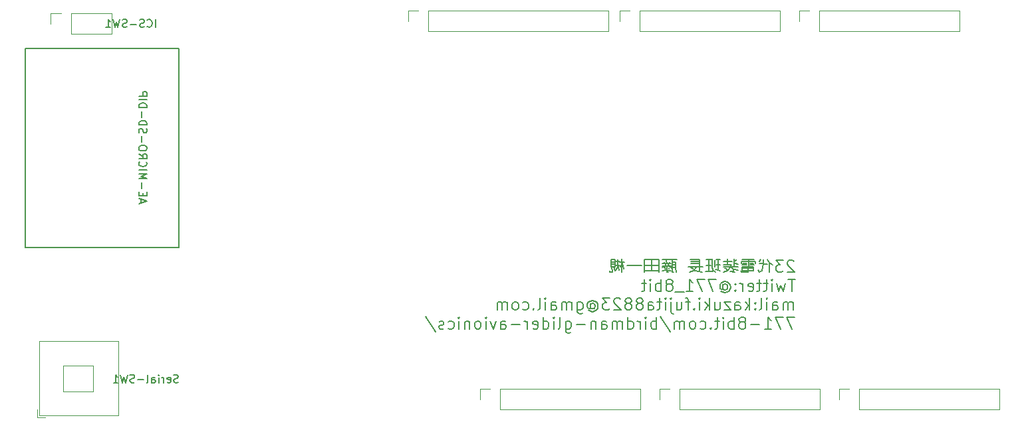
<source format=gbr>
%TF.GenerationSoftware,KiCad,Pcbnew,(6.0.9)*%
%TF.CreationDate,2023-06-09T23:35:08+09:00*%
%TF.ProjectId,PCB_Main,5043425f-4d61-4696-9e2e-6b696361645f,rev?*%
%TF.SameCoordinates,Original*%
%TF.FileFunction,Legend,Bot*%
%TF.FilePolarity,Positive*%
%FSLAX46Y46*%
G04 Gerber Fmt 4.6, Leading zero omitted, Abs format (unit mm)*
G04 Created by KiCad (PCBNEW (6.0.9)) date 2023-06-09 23:35:08*
%MOMM*%
%LPD*%
G01*
G04 APERTURE LIST*
%ADD10C,0.200000*%
%ADD11C,0.150000*%
%ADD12C,0.120000*%
G04 APERTURE END LIST*
D10*
X166582285Y-79870928D02*
X166510857Y-79799500D01*
X166368000Y-79728071D01*
X166010857Y-79728071D01*
X165868000Y-79799500D01*
X165796571Y-79870928D01*
X165725142Y-80013785D01*
X165725142Y-80156642D01*
X165796571Y-80370928D01*
X166653714Y-81228071D01*
X165725142Y-81228071D01*
X165225142Y-79728071D02*
X164296571Y-79728071D01*
X164796571Y-80299500D01*
X164582285Y-80299500D01*
X164439428Y-80370928D01*
X164368000Y-80442357D01*
X164296571Y-80585214D01*
X164296571Y-80942357D01*
X164368000Y-81085214D01*
X164439428Y-81156642D01*
X164582285Y-81228071D01*
X165010857Y-81228071D01*
X165153714Y-81156642D01*
X165225142Y-81085214D01*
X163439428Y-79942357D02*
X163439428Y-81228071D01*
X162368000Y-79656642D02*
X162153714Y-79870928D01*
X163225142Y-79585214D02*
X163439428Y-80013785D01*
X163868000Y-80299500D01*
X163225142Y-80228071D02*
X162153714Y-80085214D01*
X162725142Y-79585214D02*
X162725142Y-80085214D01*
X162510857Y-81085214D01*
X162153714Y-81228071D01*
X162010857Y-80942357D01*
X161510857Y-79656642D02*
X160010857Y-79656642D01*
X161439428Y-80085214D02*
X161010857Y-80085214D01*
X160582285Y-80085214D02*
X160082285Y-80085214D01*
X161510857Y-80299500D02*
X161010857Y-80299500D01*
X160582285Y-80299500D02*
X160010857Y-80299500D01*
X161439428Y-80728071D02*
X160010857Y-80728071D01*
X161439428Y-81013785D02*
X160010857Y-81013785D01*
X160725142Y-81228071D02*
X159868000Y-81228071D01*
X161653714Y-79870928D02*
X161653714Y-80156642D01*
X161439428Y-80513785D02*
X161439428Y-81085214D01*
X160796571Y-79656642D02*
X160796571Y-80370928D01*
X160725142Y-80513785D02*
X160725142Y-81228071D01*
X161439428Y-80513785D02*
X160010857Y-80513785D01*
X160010857Y-81013785D01*
X161653714Y-79870928D02*
X159868000Y-79870928D01*
X159868000Y-80156642D01*
X159796571Y-81013785D02*
X159868000Y-81228071D01*
X158725142Y-79870928D02*
X157582285Y-79870928D01*
X158653714Y-80299500D02*
X157653714Y-80299500D01*
X159439428Y-80585214D02*
X157582285Y-80585214D01*
X158868000Y-80799500D02*
X158868000Y-81156642D01*
X158939428Y-79513785D02*
X158939428Y-80370928D01*
X158153714Y-79513785D02*
X158153714Y-80299500D01*
X159296571Y-79656642D02*
X159153714Y-79799500D01*
X158510857Y-80585214D02*
X158153714Y-81013785D01*
X157582285Y-81228071D01*
X157796571Y-80728071D02*
X158225142Y-80942357D01*
X159082285Y-80085214D02*
X159439428Y-80228071D01*
X158510857Y-80370928D02*
X158510857Y-80656642D01*
X159010857Y-80870928D01*
X159439428Y-80942357D01*
X158439428Y-81156642D02*
X159082285Y-81228071D01*
X156082285Y-79656642D02*
X155439428Y-79656642D01*
X157225142Y-79656642D02*
X156653714Y-79656642D01*
X157153714Y-80299500D02*
X156653714Y-80299500D01*
X156010857Y-80370928D02*
X155439428Y-80370928D01*
X156225142Y-81156642D02*
X155368000Y-81156642D01*
X156939428Y-79656642D02*
X156939428Y-80942357D01*
X156510857Y-79728071D02*
X156510857Y-80585214D01*
X155725142Y-79656642D02*
X155725142Y-81156642D01*
X156296571Y-80942357D02*
X156582285Y-81228071D01*
X156582285Y-80870928D02*
X157225142Y-81013785D01*
X156153714Y-79513785D02*
X156153714Y-80513785D01*
X156296571Y-80942357D01*
X154582285Y-79585214D02*
X153368000Y-79585214D01*
X154582285Y-79870928D02*
X153439428Y-79870928D01*
X154582285Y-80156642D02*
X153439428Y-80156642D01*
X155010857Y-80513785D02*
X153153714Y-80513785D01*
X154582285Y-79585214D02*
X154582285Y-81156642D01*
X154153714Y-80656642D02*
X153796571Y-81013785D01*
X153296571Y-81228071D01*
X153296571Y-80585214D02*
X153868000Y-80870928D01*
X153939428Y-81085214D02*
X154868000Y-81228071D01*
X151653714Y-79656642D02*
X149796571Y-79656642D01*
X150939428Y-80156642D02*
X149868000Y-80156642D01*
X151510857Y-80299500D02*
X151082285Y-80299500D01*
X151010857Y-80442357D02*
X149796571Y-80442357D01*
X151510857Y-80656642D02*
X151082285Y-80656642D01*
X151082285Y-79513785D02*
X151082285Y-79870928D01*
X150368000Y-79513785D02*
X150368000Y-79870928D01*
X150796571Y-80728071D02*
X150653714Y-80799500D01*
X150225142Y-80370928D02*
X149868000Y-80656642D01*
X150582285Y-80370928D02*
X151010857Y-80728071D01*
X150082285Y-79942357D02*
X150153714Y-80085214D01*
X150082285Y-80656642D02*
X150225142Y-80799500D01*
X150796571Y-79942357D02*
X150725142Y-80085214D01*
X150296571Y-80156642D02*
X150153714Y-80513785D01*
X150296571Y-80942357D02*
X149868000Y-81085214D01*
X150439428Y-79942357D02*
X150725142Y-80513785D01*
X150510857Y-81013785D02*
X150939428Y-81085214D01*
X151510857Y-79942357D02*
X151082285Y-79942357D01*
X151082285Y-81228071D01*
X151296571Y-81228071D01*
X150439428Y-80585214D02*
X150439428Y-81228071D01*
X150582285Y-81228071D01*
X151510857Y-79942357D02*
X151510857Y-80728071D01*
X151582285Y-81228071D01*
X149439428Y-80370928D02*
X147582285Y-80370928D01*
X149439428Y-81085214D02*
X147582285Y-81085214D01*
X149439428Y-79656642D02*
X149439428Y-81228071D01*
X148510857Y-79656642D02*
X148510857Y-81085214D01*
X149439428Y-79656642D02*
X147582285Y-79656642D01*
X147582285Y-81228071D01*
X147225142Y-80370928D02*
X145368000Y-80370928D01*
X144368000Y-79870928D02*
X143939428Y-79870928D01*
X143796571Y-79942357D02*
X143296571Y-79942357D01*
X145010857Y-79942357D02*
X144439428Y-79942357D01*
X143796571Y-80228071D02*
X143296571Y-80228071D01*
X144439428Y-80370928D02*
X143939428Y-80370928D01*
X143439428Y-81228071D02*
X143153714Y-81228071D01*
X144653714Y-79513785D02*
X144653714Y-81228071D01*
X143796571Y-79585214D02*
X143796571Y-80585214D01*
X143368000Y-80585214D01*
X143439428Y-81228071D01*
X143796571Y-79585214D02*
X143296571Y-79585214D01*
X143296571Y-80585214D01*
X143153714Y-81013785D02*
X143153714Y-81228071D01*
X144725142Y-80085214D02*
X144510857Y-80585214D01*
X144153714Y-79585214D02*
X144153714Y-80585214D01*
X144082285Y-80728071D01*
X143939428Y-80942357D01*
X144653714Y-79870928D02*
X144939428Y-80799500D01*
X143653714Y-80585214D02*
X143796571Y-81085214D01*
X144153714Y-80228071D02*
X144296571Y-80942357D01*
X166725142Y-82143071D02*
X165868000Y-82143071D01*
X166296571Y-83643071D02*
X166296571Y-82143071D01*
X165510857Y-82643071D02*
X165225142Y-83643071D01*
X164939428Y-82928785D01*
X164653714Y-83643071D01*
X164368000Y-82643071D01*
X163796571Y-83643071D02*
X163796571Y-82643071D01*
X163796571Y-82143071D02*
X163868000Y-82214500D01*
X163796571Y-82285928D01*
X163725142Y-82214500D01*
X163796571Y-82143071D01*
X163796571Y-82285928D01*
X163296571Y-82643071D02*
X162725142Y-82643071D01*
X163082285Y-82143071D02*
X163082285Y-83428785D01*
X163010857Y-83571642D01*
X162868000Y-83643071D01*
X162725142Y-83643071D01*
X162439428Y-82643071D02*
X161868000Y-82643071D01*
X162225142Y-82143071D02*
X162225142Y-83428785D01*
X162153714Y-83571642D01*
X162010857Y-83643071D01*
X161868000Y-83643071D01*
X160796571Y-83571642D02*
X160939428Y-83643071D01*
X161225142Y-83643071D01*
X161368000Y-83571642D01*
X161439428Y-83428785D01*
X161439428Y-82857357D01*
X161368000Y-82714500D01*
X161225142Y-82643071D01*
X160939428Y-82643071D01*
X160796571Y-82714500D01*
X160725142Y-82857357D01*
X160725142Y-83000214D01*
X161439428Y-83143071D01*
X160082285Y-83643071D02*
X160082285Y-82643071D01*
X160082285Y-82928785D02*
X160010857Y-82785928D01*
X159939428Y-82714500D01*
X159796571Y-82643071D01*
X159653714Y-82643071D01*
X159153714Y-83500214D02*
X159082285Y-83571642D01*
X159153714Y-83643071D01*
X159225142Y-83571642D01*
X159153714Y-83500214D01*
X159153714Y-83643071D01*
X159153714Y-82714500D02*
X159082285Y-82785928D01*
X159153714Y-82857357D01*
X159225142Y-82785928D01*
X159153714Y-82714500D01*
X159153714Y-82857357D01*
X157510857Y-82928785D02*
X157582285Y-82857357D01*
X157725142Y-82785928D01*
X157868000Y-82785928D01*
X158010857Y-82857357D01*
X158082285Y-82928785D01*
X158153714Y-83071642D01*
X158153714Y-83214500D01*
X158082285Y-83357357D01*
X158010857Y-83428785D01*
X157868000Y-83500214D01*
X157725142Y-83500214D01*
X157582285Y-83428785D01*
X157510857Y-83357357D01*
X157510857Y-82785928D02*
X157510857Y-83357357D01*
X157439428Y-83428785D01*
X157368000Y-83428785D01*
X157225142Y-83357357D01*
X157153714Y-83214500D01*
X157153714Y-82857357D01*
X157296571Y-82643071D01*
X157510857Y-82500214D01*
X157796571Y-82428785D01*
X158082285Y-82500214D01*
X158296571Y-82643071D01*
X158439428Y-82857357D01*
X158510857Y-83143071D01*
X158439428Y-83428785D01*
X158296571Y-83643071D01*
X158082285Y-83785928D01*
X157796571Y-83857357D01*
X157510857Y-83785928D01*
X157296571Y-83643071D01*
X156653714Y-82143071D02*
X155653714Y-82143071D01*
X156296571Y-83643071D01*
X155225142Y-82143071D02*
X154225142Y-82143071D01*
X154868000Y-83643071D01*
X152868000Y-83643071D02*
X153725142Y-83643071D01*
X153296571Y-83643071D02*
X153296571Y-82143071D01*
X153439428Y-82357357D01*
X153582285Y-82500214D01*
X153725142Y-82571642D01*
X152582285Y-83785928D02*
X151439428Y-83785928D01*
X150868000Y-82785928D02*
X151010857Y-82714500D01*
X151082285Y-82643071D01*
X151153714Y-82500214D01*
X151153714Y-82428785D01*
X151082285Y-82285928D01*
X151010857Y-82214500D01*
X150868000Y-82143071D01*
X150582285Y-82143071D01*
X150439428Y-82214500D01*
X150368000Y-82285928D01*
X150296571Y-82428785D01*
X150296571Y-82500214D01*
X150368000Y-82643071D01*
X150439428Y-82714500D01*
X150582285Y-82785928D01*
X150868000Y-82785928D01*
X151010857Y-82857357D01*
X151082285Y-82928785D01*
X151153714Y-83071642D01*
X151153714Y-83357357D01*
X151082285Y-83500214D01*
X151010857Y-83571642D01*
X150868000Y-83643071D01*
X150582285Y-83643071D01*
X150439428Y-83571642D01*
X150368000Y-83500214D01*
X150296571Y-83357357D01*
X150296571Y-83071642D01*
X150368000Y-82928785D01*
X150439428Y-82857357D01*
X150582285Y-82785928D01*
X149653714Y-83643071D02*
X149653714Y-82143071D01*
X149653714Y-82714500D02*
X149510857Y-82643071D01*
X149225142Y-82643071D01*
X149082285Y-82714500D01*
X149010857Y-82785928D01*
X148939428Y-82928785D01*
X148939428Y-83357357D01*
X149010857Y-83500214D01*
X149082285Y-83571642D01*
X149225142Y-83643071D01*
X149510857Y-83643071D01*
X149653714Y-83571642D01*
X148296571Y-83643071D02*
X148296571Y-82643071D01*
X148296571Y-82143071D02*
X148368000Y-82214500D01*
X148296571Y-82285928D01*
X148225142Y-82214500D01*
X148296571Y-82143071D01*
X148296571Y-82285928D01*
X147796571Y-82643071D02*
X147225142Y-82643071D01*
X147582285Y-82143071D02*
X147582285Y-83428785D01*
X147510857Y-83571642D01*
X147368000Y-83643071D01*
X147225142Y-83643071D01*
X166510857Y-86058071D02*
X166510857Y-85058071D01*
X166510857Y-85200928D02*
X166439428Y-85129500D01*
X166296571Y-85058071D01*
X166082285Y-85058071D01*
X165939428Y-85129500D01*
X165868000Y-85272357D01*
X165868000Y-86058071D01*
X165868000Y-85272357D02*
X165796571Y-85129500D01*
X165653714Y-85058071D01*
X165439428Y-85058071D01*
X165296571Y-85129500D01*
X165225142Y-85272357D01*
X165225142Y-86058071D01*
X163868000Y-86058071D02*
X163868000Y-85272357D01*
X163939428Y-85129500D01*
X164082285Y-85058071D01*
X164368000Y-85058071D01*
X164510857Y-85129500D01*
X163868000Y-85986642D02*
X164010857Y-86058071D01*
X164368000Y-86058071D01*
X164510857Y-85986642D01*
X164582285Y-85843785D01*
X164582285Y-85700928D01*
X164510857Y-85558071D01*
X164368000Y-85486642D01*
X164010857Y-85486642D01*
X163868000Y-85415214D01*
X163153714Y-86058071D02*
X163153714Y-85058071D01*
X163153714Y-84558071D02*
X163225142Y-84629500D01*
X163153714Y-84700928D01*
X163082285Y-84629500D01*
X163153714Y-84558071D01*
X163153714Y-84700928D01*
X162225142Y-86058071D02*
X162368000Y-85986642D01*
X162439428Y-85843785D01*
X162439428Y-84558071D01*
X161653714Y-85915214D02*
X161582285Y-85986642D01*
X161653714Y-86058071D01*
X161725142Y-85986642D01*
X161653714Y-85915214D01*
X161653714Y-86058071D01*
X161653714Y-85129500D02*
X161582285Y-85200928D01*
X161653714Y-85272357D01*
X161725142Y-85200928D01*
X161653714Y-85129500D01*
X161653714Y-85272357D01*
X160939428Y-86058071D02*
X160939428Y-84558071D01*
X160796571Y-85486642D02*
X160368000Y-86058071D01*
X160368000Y-85058071D02*
X160939428Y-85629500D01*
X159082285Y-86058071D02*
X159082285Y-85272357D01*
X159153714Y-85129500D01*
X159296571Y-85058071D01*
X159582285Y-85058071D01*
X159725142Y-85129500D01*
X159082285Y-85986642D02*
X159225142Y-86058071D01*
X159582285Y-86058071D01*
X159725142Y-85986642D01*
X159796571Y-85843785D01*
X159796571Y-85700928D01*
X159725142Y-85558071D01*
X159582285Y-85486642D01*
X159225142Y-85486642D01*
X159082285Y-85415214D01*
X158510857Y-85058071D02*
X157725142Y-85058071D01*
X158510857Y-86058071D01*
X157725142Y-86058071D01*
X156510857Y-85058071D02*
X156510857Y-86058071D01*
X157153714Y-85058071D02*
X157153714Y-85843785D01*
X157082285Y-85986642D01*
X156939428Y-86058071D01*
X156725142Y-86058071D01*
X156582285Y-85986642D01*
X156510857Y-85915214D01*
X155796571Y-86058071D02*
X155796571Y-84558071D01*
X155653714Y-85486642D02*
X155225142Y-86058071D01*
X155225142Y-85058071D02*
X155796571Y-85629500D01*
X154582285Y-86058071D02*
X154582285Y-85058071D01*
X154582285Y-84558071D02*
X154653714Y-84629500D01*
X154582285Y-84700928D01*
X154510857Y-84629500D01*
X154582285Y-84558071D01*
X154582285Y-84700928D01*
X153868000Y-85915214D02*
X153796571Y-85986642D01*
X153868000Y-86058071D01*
X153939428Y-85986642D01*
X153868000Y-85915214D01*
X153868000Y-86058071D01*
X153368000Y-85058071D02*
X152796571Y-85058071D01*
X153153714Y-86058071D02*
X153153714Y-84772357D01*
X153082285Y-84629500D01*
X152939428Y-84558071D01*
X152796571Y-84558071D01*
X151653714Y-85058071D02*
X151653714Y-86058071D01*
X152296571Y-85058071D02*
X152296571Y-85843785D01*
X152225142Y-85986642D01*
X152082285Y-86058071D01*
X151868000Y-86058071D01*
X151725142Y-85986642D01*
X151653714Y-85915214D01*
X150939428Y-85058071D02*
X150939428Y-86343785D01*
X151010857Y-86486642D01*
X151153714Y-86558071D01*
X151225142Y-86558071D01*
X150939428Y-84558071D02*
X151010857Y-84629500D01*
X150939428Y-84700928D01*
X150868000Y-84629500D01*
X150939428Y-84558071D01*
X150939428Y-84700928D01*
X150225142Y-86058071D02*
X150225142Y-85058071D01*
X150225142Y-84558071D02*
X150296571Y-84629500D01*
X150225142Y-84700928D01*
X150153714Y-84629500D01*
X150225142Y-84558071D01*
X150225142Y-84700928D01*
X149725142Y-85058071D02*
X149153714Y-85058071D01*
X149510857Y-84558071D02*
X149510857Y-85843785D01*
X149439428Y-85986642D01*
X149296571Y-86058071D01*
X149153714Y-86058071D01*
X148010857Y-86058071D02*
X148010857Y-85272357D01*
X148082285Y-85129500D01*
X148225142Y-85058071D01*
X148510857Y-85058071D01*
X148653714Y-85129500D01*
X148010857Y-85986642D02*
X148153714Y-86058071D01*
X148510857Y-86058071D01*
X148653714Y-85986642D01*
X148725142Y-85843785D01*
X148725142Y-85700928D01*
X148653714Y-85558071D01*
X148510857Y-85486642D01*
X148153714Y-85486642D01*
X148010857Y-85415214D01*
X147082285Y-85200928D02*
X147225142Y-85129500D01*
X147296571Y-85058071D01*
X147368000Y-84915214D01*
X147368000Y-84843785D01*
X147296571Y-84700928D01*
X147225142Y-84629500D01*
X147082285Y-84558071D01*
X146796571Y-84558071D01*
X146653714Y-84629500D01*
X146582285Y-84700928D01*
X146510857Y-84843785D01*
X146510857Y-84915214D01*
X146582285Y-85058071D01*
X146653714Y-85129500D01*
X146796571Y-85200928D01*
X147082285Y-85200928D01*
X147225142Y-85272357D01*
X147296571Y-85343785D01*
X147368000Y-85486642D01*
X147368000Y-85772357D01*
X147296571Y-85915214D01*
X147225142Y-85986642D01*
X147082285Y-86058071D01*
X146796571Y-86058071D01*
X146653714Y-85986642D01*
X146582285Y-85915214D01*
X146510857Y-85772357D01*
X146510857Y-85486642D01*
X146582285Y-85343785D01*
X146653714Y-85272357D01*
X146796571Y-85200928D01*
X145653714Y-85200928D02*
X145796571Y-85129500D01*
X145868000Y-85058071D01*
X145939428Y-84915214D01*
X145939428Y-84843785D01*
X145868000Y-84700928D01*
X145796571Y-84629500D01*
X145653714Y-84558071D01*
X145368000Y-84558071D01*
X145225142Y-84629500D01*
X145153714Y-84700928D01*
X145082285Y-84843785D01*
X145082285Y-84915214D01*
X145153714Y-85058071D01*
X145225142Y-85129500D01*
X145368000Y-85200928D01*
X145653714Y-85200928D01*
X145796571Y-85272357D01*
X145868000Y-85343785D01*
X145939428Y-85486642D01*
X145939428Y-85772357D01*
X145868000Y-85915214D01*
X145796571Y-85986642D01*
X145653714Y-86058071D01*
X145368000Y-86058071D01*
X145225142Y-85986642D01*
X145153714Y-85915214D01*
X145082285Y-85772357D01*
X145082285Y-85486642D01*
X145153714Y-85343785D01*
X145225142Y-85272357D01*
X145368000Y-85200928D01*
X144510857Y-84700928D02*
X144439428Y-84629500D01*
X144296571Y-84558071D01*
X143939428Y-84558071D01*
X143796571Y-84629500D01*
X143725142Y-84700928D01*
X143653714Y-84843785D01*
X143653714Y-84986642D01*
X143725142Y-85200928D01*
X144582285Y-86058071D01*
X143653714Y-86058071D01*
X143153714Y-84558071D02*
X142225142Y-84558071D01*
X142725142Y-85129500D01*
X142510857Y-85129500D01*
X142368000Y-85200928D01*
X142296571Y-85272357D01*
X142225142Y-85415214D01*
X142225142Y-85772357D01*
X142296571Y-85915214D01*
X142368000Y-85986642D01*
X142510857Y-86058071D01*
X142939428Y-86058071D01*
X143082285Y-85986642D01*
X143153714Y-85915214D01*
X140653714Y-85343785D02*
X140725142Y-85272357D01*
X140868000Y-85200928D01*
X141010857Y-85200928D01*
X141153714Y-85272357D01*
X141225142Y-85343785D01*
X141296571Y-85486642D01*
X141296571Y-85629500D01*
X141225142Y-85772357D01*
X141153714Y-85843785D01*
X141010857Y-85915214D01*
X140868000Y-85915214D01*
X140725142Y-85843785D01*
X140653714Y-85772357D01*
X140653714Y-85200928D02*
X140653714Y-85772357D01*
X140582285Y-85843785D01*
X140510857Y-85843785D01*
X140368000Y-85772357D01*
X140296571Y-85629500D01*
X140296571Y-85272357D01*
X140439428Y-85058071D01*
X140653714Y-84915214D01*
X140939428Y-84843785D01*
X141225142Y-84915214D01*
X141439428Y-85058071D01*
X141582285Y-85272357D01*
X141653714Y-85558071D01*
X141582285Y-85843785D01*
X141439428Y-86058071D01*
X141225142Y-86200928D01*
X140939428Y-86272357D01*
X140653714Y-86200928D01*
X140439428Y-86058071D01*
X139010857Y-85058071D02*
X139010857Y-86272357D01*
X139082285Y-86415214D01*
X139153714Y-86486642D01*
X139296571Y-86558071D01*
X139510857Y-86558071D01*
X139653714Y-86486642D01*
X139010857Y-85986642D02*
X139153714Y-86058071D01*
X139439428Y-86058071D01*
X139582285Y-85986642D01*
X139653714Y-85915214D01*
X139725142Y-85772357D01*
X139725142Y-85343785D01*
X139653714Y-85200928D01*
X139582285Y-85129500D01*
X139439428Y-85058071D01*
X139153714Y-85058071D01*
X139010857Y-85129500D01*
X138296571Y-86058071D02*
X138296571Y-85058071D01*
X138296571Y-85200928D02*
X138225142Y-85129500D01*
X138082285Y-85058071D01*
X137868000Y-85058071D01*
X137725142Y-85129500D01*
X137653714Y-85272357D01*
X137653714Y-86058071D01*
X137653714Y-85272357D02*
X137582285Y-85129500D01*
X137439428Y-85058071D01*
X137225142Y-85058071D01*
X137082285Y-85129500D01*
X137010857Y-85272357D01*
X137010857Y-86058071D01*
X135653714Y-86058071D02*
X135653714Y-85272357D01*
X135725142Y-85129500D01*
X135868000Y-85058071D01*
X136153714Y-85058071D01*
X136296571Y-85129500D01*
X135653714Y-85986642D02*
X135796571Y-86058071D01*
X136153714Y-86058071D01*
X136296571Y-85986642D01*
X136368000Y-85843785D01*
X136368000Y-85700928D01*
X136296571Y-85558071D01*
X136153714Y-85486642D01*
X135796571Y-85486642D01*
X135653714Y-85415214D01*
X134939428Y-86058071D02*
X134939428Y-85058071D01*
X134939428Y-84558071D02*
X135010857Y-84629500D01*
X134939428Y-84700928D01*
X134868000Y-84629500D01*
X134939428Y-84558071D01*
X134939428Y-84700928D01*
X134010857Y-86058071D02*
X134153714Y-85986642D01*
X134225142Y-85843785D01*
X134225142Y-84558071D01*
X133439428Y-85915214D02*
X133368000Y-85986642D01*
X133439428Y-86058071D01*
X133510857Y-85986642D01*
X133439428Y-85915214D01*
X133439428Y-86058071D01*
X132082285Y-85986642D02*
X132225142Y-86058071D01*
X132510857Y-86058071D01*
X132653714Y-85986642D01*
X132725142Y-85915214D01*
X132796571Y-85772357D01*
X132796571Y-85343785D01*
X132725142Y-85200928D01*
X132653714Y-85129500D01*
X132510857Y-85058071D01*
X132225142Y-85058071D01*
X132082285Y-85129500D01*
X131225142Y-86058071D02*
X131368000Y-85986642D01*
X131439428Y-85915214D01*
X131510857Y-85772357D01*
X131510857Y-85343785D01*
X131439428Y-85200928D01*
X131368000Y-85129500D01*
X131225142Y-85058071D01*
X131010857Y-85058071D01*
X130868000Y-85129500D01*
X130796571Y-85200928D01*
X130725142Y-85343785D01*
X130725142Y-85772357D01*
X130796571Y-85915214D01*
X130868000Y-85986642D01*
X131010857Y-86058071D01*
X131225142Y-86058071D01*
X130082285Y-86058071D02*
X130082285Y-85058071D01*
X130082285Y-85200928D02*
X130010857Y-85129500D01*
X129868000Y-85058071D01*
X129653714Y-85058071D01*
X129510857Y-85129500D01*
X129439428Y-85272357D01*
X129439428Y-86058071D01*
X129439428Y-85272357D02*
X129368000Y-85129500D01*
X129225142Y-85058071D01*
X129010857Y-85058071D01*
X128868000Y-85129500D01*
X128796571Y-85272357D01*
X128796571Y-86058071D01*
X166653714Y-86973071D02*
X165653714Y-86973071D01*
X166296571Y-88473071D01*
X165225142Y-86973071D02*
X164225142Y-86973071D01*
X164868000Y-88473071D01*
X162868000Y-88473071D02*
X163725142Y-88473071D01*
X163296571Y-88473071D02*
X163296571Y-86973071D01*
X163439428Y-87187357D01*
X163582285Y-87330214D01*
X163725142Y-87401642D01*
X162225142Y-87901642D02*
X161082285Y-87901642D01*
X160153714Y-87615928D02*
X160296571Y-87544500D01*
X160368000Y-87473071D01*
X160439428Y-87330214D01*
X160439428Y-87258785D01*
X160368000Y-87115928D01*
X160296571Y-87044500D01*
X160153714Y-86973071D01*
X159868000Y-86973071D01*
X159725142Y-87044500D01*
X159653714Y-87115928D01*
X159582285Y-87258785D01*
X159582285Y-87330214D01*
X159653714Y-87473071D01*
X159725142Y-87544500D01*
X159868000Y-87615928D01*
X160153714Y-87615928D01*
X160296571Y-87687357D01*
X160368000Y-87758785D01*
X160439428Y-87901642D01*
X160439428Y-88187357D01*
X160368000Y-88330214D01*
X160296571Y-88401642D01*
X160153714Y-88473071D01*
X159868000Y-88473071D01*
X159725142Y-88401642D01*
X159653714Y-88330214D01*
X159582285Y-88187357D01*
X159582285Y-87901642D01*
X159653714Y-87758785D01*
X159725142Y-87687357D01*
X159868000Y-87615928D01*
X158939428Y-88473071D02*
X158939428Y-86973071D01*
X158939428Y-87544500D02*
X158796571Y-87473071D01*
X158510857Y-87473071D01*
X158368000Y-87544500D01*
X158296571Y-87615928D01*
X158225142Y-87758785D01*
X158225142Y-88187357D01*
X158296571Y-88330214D01*
X158368000Y-88401642D01*
X158510857Y-88473071D01*
X158796571Y-88473071D01*
X158939428Y-88401642D01*
X157582285Y-88473071D02*
X157582285Y-87473071D01*
X157582285Y-86973071D02*
X157653714Y-87044500D01*
X157582285Y-87115928D01*
X157510857Y-87044500D01*
X157582285Y-86973071D01*
X157582285Y-87115928D01*
X157082285Y-87473071D02*
X156510857Y-87473071D01*
X156868000Y-86973071D02*
X156868000Y-88258785D01*
X156796571Y-88401642D01*
X156653714Y-88473071D01*
X156510857Y-88473071D01*
X156010857Y-88330214D02*
X155939428Y-88401642D01*
X156010857Y-88473071D01*
X156082285Y-88401642D01*
X156010857Y-88330214D01*
X156010857Y-88473071D01*
X154653714Y-88401642D02*
X154796571Y-88473071D01*
X155082285Y-88473071D01*
X155225142Y-88401642D01*
X155296571Y-88330214D01*
X155368000Y-88187357D01*
X155368000Y-87758785D01*
X155296571Y-87615928D01*
X155225142Y-87544500D01*
X155082285Y-87473071D01*
X154796571Y-87473071D01*
X154653714Y-87544500D01*
X153796571Y-88473071D02*
X153939428Y-88401642D01*
X154010857Y-88330214D01*
X154082285Y-88187357D01*
X154082285Y-87758785D01*
X154010857Y-87615928D01*
X153939428Y-87544500D01*
X153796571Y-87473071D01*
X153582285Y-87473071D01*
X153439428Y-87544500D01*
X153368000Y-87615928D01*
X153296571Y-87758785D01*
X153296571Y-88187357D01*
X153368000Y-88330214D01*
X153439428Y-88401642D01*
X153582285Y-88473071D01*
X153796571Y-88473071D01*
X152653714Y-88473071D02*
X152653714Y-87473071D01*
X152653714Y-87615928D02*
X152582285Y-87544500D01*
X152439428Y-87473071D01*
X152225142Y-87473071D01*
X152082285Y-87544500D01*
X152010857Y-87687357D01*
X152010857Y-88473071D01*
X152010857Y-87687357D02*
X151939428Y-87544500D01*
X151796571Y-87473071D01*
X151582285Y-87473071D01*
X151439428Y-87544500D01*
X151368000Y-87687357D01*
X151368000Y-88473071D01*
X149582285Y-86901642D02*
X150868000Y-88830214D01*
X149082285Y-88473071D02*
X149082285Y-86973071D01*
X149082285Y-87544500D02*
X148939428Y-87473071D01*
X148653714Y-87473071D01*
X148510857Y-87544500D01*
X148439428Y-87615928D01*
X148368000Y-87758785D01*
X148368000Y-88187357D01*
X148439428Y-88330214D01*
X148510857Y-88401642D01*
X148653714Y-88473071D01*
X148939428Y-88473071D01*
X149082285Y-88401642D01*
X147725142Y-88473071D02*
X147725142Y-87473071D01*
X147725142Y-86973071D02*
X147796571Y-87044500D01*
X147725142Y-87115928D01*
X147653714Y-87044500D01*
X147725142Y-86973071D01*
X147725142Y-87115928D01*
X147010857Y-88473071D02*
X147010857Y-87473071D01*
X147010857Y-87758785D02*
X146939428Y-87615928D01*
X146868000Y-87544500D01*
X146725142Y-87473071D01*
X146582285Y-87473071D01*
X145439428Y-88473071D02*
X145439428Y-86973071D01*
X145439428Y-88401642D02*
X145582285Y-88473071D01*
X145868000Y-88473071D01*
X146010857Y-88401642D01*
X146082285Y-88330214D01*
X146153714Y-88187357D01*
X146153714Y-87758785D01*
X146082285Y-87615928D01*
X146010857Y-87544500D01*
X145868000Y-87473071D01*
X145582285Y-87473071D01*
X145439428Y-87544500D01*
X144725142Y-88473071D02*
X144725142Y-87473071D01*
X144725142Y-87615928D02*
X144653714Y-87544500D01*
X144510857Y-87473071D01*
X144296571Y-87473071D01*
X144153714Y-87544500D01*
X144082285Y-87687357D01*
X144082285Y-88473071D01*
X144082285Y-87687357D02*
X144010857Y-87544500D01*
X143868000Y-87473071D01*
X143653714Y-87473071D01*
X143510857Y-87544500D01*
X143439428Y-87687357D01*
X143439428Y-88473071D01*
X142082285Y-88473071D02*
X142082285Y-87687357D01*
X142153714Y-87544500D01*
X142296571Y-87473071D01*
X142582285Y-87473071D01*
X142725142Y-87544500D01*
X142082285Y-88401642D02*
X142225142Y-88473071D01*
X142582285Y-88473071D01*
X142725142Y-88401642D01*
X142796571Y-88258785D01*
X142796571Y-88115928D01*
X142725142Y-87973071D01*
X142582285Y-87901642D01*
X142225142Y-87901642D01*
X142082285Y-87830214D01*
X141368000Y-87473071D02*
X141368000Y-88473071D01*
X141368000Y-87615928D02*
X141296571Y-87544500D01*
X141153714Y-87473071D01*
X140939428Y-87473071D01*
X140796571Y-87544500D01*
X140725142Y-87687357D01*
X140725142Y-88473071D01*
X140010857Y-87901642D02*
X138868000Y-87901642D01*
X137510857Y-87473071D02*
X137510857Y-88687357D01*
X137582285Y-88830214D01*
X137653714Y-88901642D01*
X137796571Y-88973071D01*
X138010857Y-88973071D01*
X138153714Y-88901642D01*
X137510857Y-88401642D02*
X137653714Y-88473071D01*
X137939428Y-88473071D01*
X138082285Y-88401642D01*
X138153714Y-88330214D01*
X138225142Y-88187357D01*
X138225142Y-87758785D01*
X138153714Y-87615928D01*
X138082285Y-87544500D01*
X137939428Y-87473071D01*
X137653714Y-87473071D01*
X137510857Y-87544500D01*
X136582285Y-88473071D02*
X136725142Y-88401642D01*
X136796571Y-88258785D01*
X136796571Y-86973071D01*
X136010857Y-88473071D02*
X136010857Y-87473071D01*
X136010857Y-86973071D02*
X136082285Y-87044500D01*
X136010857Y-87115928D01*
X135939428Y-87044500D01*
X136010857Y-86973071D01*
X136010857Y-87115928D01*
X134653714Y-88473071D02*
X134653714Y-86973071D01*
X134653714Y-88401642D02*
X134796571Y-88473071D01*
X135082285Y-88473071D01*
X135225142Y-88401642D01*
X135296571Y-88330214D01*
X135368000Y-88187357D01*
X135368000Y-87758785D01*
X135296571Y-87615928D01*
X135225142Y-87544500D01*
X135082285Y-87473071D01*
X134796571Y-87473071D01*
X134653714Y-87544500D01*
X133368000Y-88401642D02*
X133510857Y-88473071D01*
X133796571Y-88473071D01*
X133939428Y-88401642D01*
X134010857Y-88258785D01*
X134010857Y-87687357D01*
X133939428Y-87544500D01*
X133796571Y-87473071D01*
X133510857Y-87473071D01*
X133368000Y-87544500D01*
X133296571Y-87687357D01*
X133296571Y-87830214D01*
X134010857Y-87973071D01*
X132653714Y-88473071D02*
X132653714Y-87473071D01*
X132653714Y-87758785D02*
X132582285Y-87615928D01*
X132510857Y-87544500D01*
X132368000Y-87473071D01*
X132225142Y-87473071D01*
X131725142Y-87901642D02*
X130582285Y-87901642D01*
X129225142Y-88473071D02*
X129225142Y-87687357D01*
X129296571Y-87544500D01*
X129439428Y-87473071D01*
X129725142Y-87473071D01*
X129868000Y-87544500D01*
X129225142Y-88401642D02*
X129368000Y-88473071D01*
X129725142Y-88473071D01*
X129868000Y-88401642D01*
X129939428Y-88258785D01*
X129939428Y-88115928D01*
X129868000Y-87973071D01*
X129725142Y-87901642D01*
X129368000Y-87901642D01*
X129225142Y-87830214D01*
X128653714Y-87473071D02*
X128296571Y-88473071D01*
X127939428Y-87473071D01*
X127368000Y-88473071D02*
X127368000Y-87473071D01*
X127368000Y-86973071D02*
X127439428Y-87044500D01*
X127368000Y-87115928D01*
X127296571Y-87044500D01*
X127368000Y-86973071D01*
X127368000Y-87115928D01*
X126439428Y-88473071D02*
X126582285Y-88401642D01*
X126653714Y-88330214D01*
X126725142Y-88187357D01*
X126725142Y-87758785D01*
X126653714Y-87615928D01*
X126582285Y-87544500D01*
X126439428Y-87473071D01*
X126225142Y-87473071D01*
X126082285Y-87544500D01*
X126010857Y-87615928D01*
X125939428Y-87758785D01*
X125939428Y-88187357D01*
X126010857Y-88330214D01*
X126082285Y-88401642D01*
X126225142Y-88473071D01*
X126439428Y-88473071D01*
X125296571Y-87473071D02*
X125296571Y-88473071D01*
X125296571Y-87615928D02*
X125225142Y-87544500D01*
X125082285Y-87473071D01*
X124868000Y-87473071D01*
X124725142Y-87544500D01*
X124653714Y-87687357D01*
X124653714Y-88473071D01*
X123939428Y-88473071D02*
X123939428Y-87473071D01*
X123939428Y-86973071D02*
X124010857Y-87044500D01*
X123939428Y-87115928D01*
X123868000Y-87044500D01*
X123939428Y-86973071D01*
X123939428Y-87115928D01*
X122582285Y-88401642D02*
X122725142Y-88473071D01*
X123010857Y-88473071D01*
X123153714Y-88401642D01*
X123225142Y-88330214D01*
X123296571Y-88187357D01*
X123296571Y-87758785D01*
X123225142Y-87615928D01*
X123153714Y-87544500D01*
X123010857Y-87473071D01*
X122725142Y-87473071D01*
X122582285Y-87544500D01*
X122010857Y-88401642D02*
X121868000Y-88473071D01*
X121582285Y-88473071D01*
X121439428Y-88401642D01*
X121368000Y-88258785D01*
X121368000Y-88187357D01*
X121439428Y-88044500D01*
X121582285Y-87973071D01*
X121796571Y-87973071D01*
X121939428Y-87901642D01*
X122010857Y-87758785D01*
X122010857Y-87687357D01*
X121939428Y-87544500D01*
X121796571Y-87473071D01*
X121582285Y-87473071D01*
X121439428Y-87544500D01*
X119653714Y-86901642D02*
X120939428Y-88830214D01*
D11*
%TO.C,ICS-SW1*%
X85288047Y-49982380D02*
X85288047Y-48982380D01*
X84240428Y-49887142D02*
X84288047Y-49934761D01*
X84430904Y-49982380D01*
X84526142Y-49982380D01*
X84669000Y-49934761D01*
X84764238Y-49839523D01*
X84811857Y-49744285D01*
X84859476Y-49553809D01*
X84859476Y-49410952D01*
X84811857Y-49220476D01*
X84764238Y-49125238D01*
X84669000Y-49030000D01*
X84526142Y-48982380D01*
X84430904Y-48982380D01*
X84288047Y-49030000D01*
X84240428Y-49077619D01*
X83859476Y-49934761D02*
X83716619Y-49982380D01*
X83478523Y-49982380D01*
X83383285Y-49934761D01*
X83335666Y-49887142D01*
X83288047Y-49791904D01*
X83288047Y-49696666D01*
X83335666Y-49601428D01*
X83383285Y-49553809D01*
X83478523Y-49506190D01*
X83669000Y-49458571D01*
X83764238Y-49410952D01*
X83811857Y-49363333D01*
X83859476Y-49268095D01*
X83859476Y-49172857D01*
X83811857Y-49077619D01*
X83764238Y-49030000D01*
X83669000Y-48982380D01*
X83430904Y-48982380D01*
X83288047Y-49030000D01*
X82859476Y-49601428D02*
X82097571Y-49601428D01*
X81669000Y-49934761D02*
X81526142Y-49982380D01*
X81288047Y-49982380D01*
X81192809Y-49934761D01*
X81145190Y-49887142D01*
X81097571Y-49791904D01*
X81097571Y-49696666D01*
X81145190Y-49601428D01*
X81192809Y-49553809D01*
X81288047Y-49506190D01*
X81478523Y-49458571D01*
X81573761Y-49410952D01*
X81621380Y-49363333D01*
X81669000Y-49268095D01*
X81669000Y-49172857D01*
X81621380Y-49077619D01*
X81573761Y-49030000D01*
X81478523Y-48982380D01*
X81240428Y-48982380D01*
X81097571Y-49030000D01*
X80764238Y-48982380D02*
X80526142Y-49982380D01*
X80335666Y-49268095D01*
X80145190Y-49982380D01*
X79907095Y-48982380D01*
X79002333Y-49982380D02*
X79573761Y-49982380D01*
X79288047Y-49982380D02*
X79288047Y-48982380D01*
X79383285Y-49125238D01*
X79478523Y-49220476D01*
X79573761Y-49268095D01*
%TO.C,AE-MICRO-SD-DIP1*%
X83473333Y-72373238D02*
X83473333Y-71897047D01*
X83187619Y-72468476D02*
X84187619Y-72135142D01*
X83187619Y-71801809D01*
X83711428Y-71468476D02*
X83711428Y-71135142D01*
X83187619Y-70992285D02*
X83187619Y-71468476D01*
X84187619Y-71468476D01*
X84187619Y-70992285D01*
X83568571Y-70563714D02*
X83568571Y-69801809D01*
X83187619Y-69325619D02*
X84187619Y-69325619D01*
X83473333Y-68992285D01*
X84187619Y-68658952D01*
X83187619Y-68658952D01*
X83187619Y-68182761D02*
X84187619Y-68182761D01*
X83282857Y-67135142D02*
X83235238Y-67182761D01*
X83187619Y-67325619D01*
X83187619Y-67420857D01*
X83235238Y-67563714D01*
X83330476Y-67658952D01*
X83425714Y-67706571D01*
X83616190Y-67754190D01*
X83759047Y-67754190D01*
X83949523Y-67706571D01*
X84044761Y-67658952D01*
X84140000Y-67563714D01*
X84187619Y-67420857D01*
X84187619Y-67325619D01*
X84140000Y-67182761D01*
X84092380Y-67135142D01*
X83187619Y-66135142D02*
X83663809Y-66468476D01*
X83187619Y-66706571D02*
X84187619Y-66706571D01*
X84187619Y-66325619D01*
X84140000Y-66230380D01*
X84092380Y-66182761D01*
X83997142Y-66135142D01*
X83854285Y-66135142D01*
X83759047Y-66182761D01*
X83711428Y-66230380D01*
X83663809Y-66325619D01*
X83663809Y-66706571D01*
X84187619Y-65516095D02*
X84187619Y-65325619D01*
X84140000Y-65230380D01*
X84044761Y-65135142D01*
X83854285Y-65087523D01*
X83520952Y-65087523D01*
X83330476Y-65135142D01*
X83235238Y-65230380D01*
X83187619Y-65325619D01*
X83187619Y-65516095D01*
X83235238Y-65611333D01*
X83330476Y-65706571D01*
X83520952Y-65754190D01*
X83854285Y-65754190D01*
X84044761Y-65706571D01*
X84140000Y-65611333D01*
X84187619Y-65516095D01*
X83568571Y-64658952D02*
X83568571Y-63897047D01*
X83235238Y-63468476D02*
X83187619Y-63325619D01*
X83187619Y-63087523D01*
X83235238Y-62992285D01*
X83282857Y-62944666D01*
X83378095Y-62897047D01*
X83473333Y-62897047D01*
X83568571Y-62944666D01*
X83616190Y-62992285D01*
X83663809Y-63087523D01*
X83711428Y-63278000D01*
X83759047Y-63373238D01*
X83806666Y-63420857D01*
X83901904Y-63468476D01*
X83997142Y-63468476D01*
X84092380Y-63420857D01*
X84140000Y-63373238D01*
X84187619Y-63278000D01*
X84187619Y-63039904D01*
X84140000Y-62897047D01*
X83187619Y-62468476D02*
X84187619Y-62468476D01*
X84187619Y-62230380D01*
X84140000Y-62087523D01*
X84044761Y-61992285D01*
X83949523Y-61944666D01*
X83759047Y-61897047D01*
X83616190Y-61897047D01*
X83425714Y-61944666D01*
X83330476Y-61992285D01*
X83235238Y-62087523D01*
X83187619Y-62230380D01*
X83187619Y-62468476D01*
X83568571Y-61468476D02*
X83568571Y-60706571D01*
X83187619Y-60230380D02*
X84187619Y-60230380D01*
X84187619Y-59992285D01*
X84140000Y-59849428D01*
X84044761Y-59754190D01*
X83949523Y-59706571D01*
X83759047Y-59658952D01*
X83616190Y-59658952D01*
X83425714Y-59706571D01*
X83330476Y-59754190D01*
X83235238Y-59849428D01*
X83187619Y-59992285D01*
X83187619Y-60230380D01*
X83187619Y-59230380D02*
X84187619Y-59230380D01*
X83187619Y-58754190D02*
X84187619Y-58754190D01*
X84187619Y-58373238D01*
X84140000Y-58278000D01*
X84092380Y-58230380D01*
X83997142Y-58182761D01*
X83854285Y-58182761D01*
X83759047Y-58230380D01*
X83711428Y-58278000D01*
X83663809Y-58373238D01*
X83663809Y-58754190D01*
%TO.C,Serial-SW1*%
X88193047Y-95273761D02*
X88050190Y-95321380D01*
X87812095Y-95321380D01*
X87716857Y-95273761D01*
X87669238Y-95226142D01*
X87621619Y-95130904D01*
X87621619Y-95035666D01*
X87669238Y-94940428D01*
X87716857Y-94892809D01*
X87812095Y-94845190D01*
X88002571Y-94797571D01*
X88097809Y-94749952D01*
X88145428Y-94702333D01*
X88193047Y-94607095D01*
X88193047Y-94511857D01*
X88145428Y-94416619D01*
X88097809Y-94369000D01*
X88002571Y-94321380D01*
X87764476Y-94321380D01*
X87621619Y-94369000D01*
X86812095Y-95273761D02*
X86907333Y-95321380D01*
X87097809Y-95321380D01*
X87193047Y-95273761D01*
X87240666Y-95178523D01*
X87240666Y-94797571D01*
X87193047Y-94702333D01*
X87097809Y-94654714D01*
X86907333Y-94654714D01*
X86812095Y-94702333D01*
X86764476Y-94797571D01*
X86764476Y-94892809D01*
X87240666Y-94988047D01*
X86335904Y-95321380D02*
X86335904Y-94654714D01*
X86335904Y-94845190D02*
X86288285Y-94749952D01*
X86240666Y-94702333D01*
X86145428Y-94654714D01*
X86050190Y-94654714D01*
X85716857Y-95321380D02*
X85716857Y-94654714D01*
X85716857Y-94321380D02*
X85764476Y-94369000D01*
X85716857Y-94416619D01*
X85669238Y-94369000D01*
X85716857Y-94321380D01*
X85716857Y-94416619D01*
X84812095Y-95321380D02*
X84812095Y-94797571D01*
X84859714Y-94702333D01*
X84954952Y-94654714D01*
X85145428Y-94654714D01*
X85240666Y-94702333D01*
X84812095Y-95273761D02*
X84907333Y-95321380D01*
X85145428Y-95321380D01*
X85240666Y-95273761D01*
X85288285Y-95178523D01*
X85288285Y-95083285D01*
X85240666Y-94988047D01*
X85145428Y-94940428D01*
X84907333Y-94940428D01*
X84812095Y-94892809D01*
X84193047Y-95321380D02*
X84288285Y-95273761D01*
X84335904Y-95178523D01*
X84335904Y-94321380D01*
X83812095Y-94940428D02*
X83050190Y-94940428D01*
X82621619Y-95273761D02*
X82478761Y-95321380D01*
X82240666Y-95321380D01*
X82145428Y-95273761D01*
X82097809Y-95226142D01*
X82050190Y-95130904D01*
X82050190Y-95035666D01*
X82097809Y-94940428D01*
X82145428Y-94892809D01*
X82240666Y-94845190D01*
X82431142Y-94797571D01*
X82526380Y-94749952D01*
X82574000Y-94702333D01*
X82621619Y-94607095D01*
X82621619Y-94511857D01*
X82574000Y-94416619D01*
X82526380Y-94369000D01*
X82431142Y-94321380D01*
X82193047Y-94321380D01*
X82050190Y-94369000D01*
X81716857Y-94321380D02*
X81478761Y-95321380D01*
X81288285Y-94607095D01*
X81097809Y-95321380D01*
X80859714Y-94321380D01*
X79954952Y-95321380D02*
X80526380Y-95321380D01*
X80240666Y-95321380D02*
X80240666Y-94321380D01*
X80335904Y-94464238D01*
X80431142Y-94559476D01*
X80526380Y-94607095D01*
D12*
%TO.C,J1*%
X147050000Y-96130000D02*
X147050000Y-98790000D01*
X126610000Y-96130000D02*
X126610000Y-97460000D01*
X129210000Y-96130000D02*
X129210000Y-98790000D01*
X129210000Y-98790000D02*
X147050000Y-98790000D01*
X129210000Y-96130000D02*
X147050000Y-96130000D01*
X127940000Y-96130000D02*
X126610000Y-96130000D01*
%TO.C,J3*%
X150800000Y-96130000D02*
X149470000Y-96130000D01*
X152070000Y-96130000D02*
X152070000Y-98790000D01*
X149470000Y-96130000D02*
X149470000Y-97460000D01*
X152070000Y-98790000D02*
X169910000Y-98790000D01*
X169910000Y-96130000D02*
X169910000Y-98790000D01*
X152070000Y-96130000D02*
X169910000Y-96130000D01*
%TO.C,J5*%
X172330000Y-96130000D02*
X172330000Y-97460000D01*
X174930000Y-96130000D02*
X192770000Y-96130000D01*
X174930000Y-98790000D02*
X192770000Y-98790000D01*
X192770000Y-96130000D02*
X192770000Y-98790000D01*
X173660000Y-96130000D02*
X172330000Y-96130000D01*
X174930000Y-96130000D02*
X174930000Y-98790000D01*
%TO.C,J2*%
X120066000Y-47870000D02*
X120066000Y-50530000D01*
X120066000Y-47870000D02*
X142986000Y-47870000D01*
X120066000Y-50530000D02*
X142986000Y-50530000D01*
X117466000Y-47870000D02*
X117466000Y-49200000D01*
X142986000Y-47870000D02*
X142986000Y-50530000D01*
X118796000Y-47870000D02*
X117466000Y-47870000D01*
%TO.C,J4*%
X145720000Y-47870000D02*
X144390000Y-47870000D01*
X144390000Y-47870000D02*
X144390000Y-49200000D01*
X146990000Y-47870000D02*
X146990000Y-50530000D01*
X164830000Y-47870000D02*
X164830000Y-50530000D01*
X146990000Y-50530000D02*
X164830000Y-50530000D01*
X146990000Y-47870000D02*
X164830000Y-47870000D01*
%TO.C,J6*%
X168580000Y-47870000D02*
X167250000Y-47870000D01*
X169850000Y-47870000D02*
X187690000Y-47870000D01*
X187690000Y-47870000D02*
X187690000Y-50530000D01*
X169850000Y-47870000D02*
X169850000Y-50530000D01*
X169850000Y-50530000D02*
X187690000Y-50530000D01*
X167250000Y-47870000D02*
X167250000Y-49200000D01*
%TO.C,ICS-SW1*%
X79704000Y-48200000D02*
X79704000Y-50860000D01*
X73294000Y-48200000D02*
X71964000Y-48200000D01*
X71964000Y-48200000D02*
X71964000Y-49530000D01*
X74564000Y-50860000D02*
X79704000Y-50860000D01*
X74564000Y-48200000D02*
X74564000Y-50860000D01*
X74564000Y-48200000D02*
X79704000Y-48200000D01*
D10*
%TO.C,AE-MICRO-SD-DIP1*%
X68705000Y-52705000D02*
X88265000Y-52705000D01*
X88265000Y-52705000D02*
X88265000Y-78105000D01*
X88265000Y-78105000D02*
X68705000Y-78105000D01*
X68705000Y-78105000D02*
X68705000Y-52705000D01*
D12*
%TO.C,Serial-SW1*%
X71255000Y-99760000D02*
X70255000Y-99760000D01*
X80545000Y-99510000D02*
X70505000Y-99510000D01*
X77375000Y-96490000D02*
X73575000Y-96490000D01*
X70255000Y-98760000D02*
X70255000Y-99760000D01*
X80545000Y-90070000D02*
X70505000Y-90070000D01*
X80545000Y-90070000D02*
X80545000Y-99510000D01*
X70505000Y-90070000D02*
X70505000Y-99510000D01*
X73575000Y-96490000D02*
X73575000Y-93190000D01*
X77375000Y-93190000D02*
X73575000Y-93190000D01*
X77375000Y-96490000D02*
X77375000Y-93190000D01*
%TD*%
M02*

</source>
